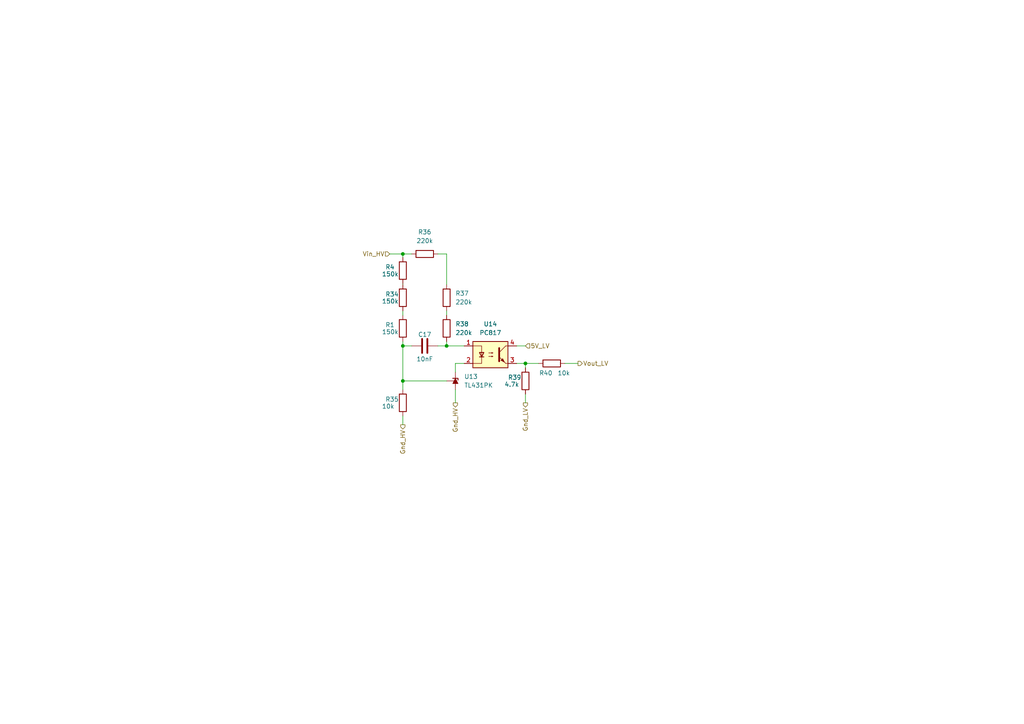
<source format=kicad_sch>
(kicad_sch
	(version 20250114)
	(generator "eeschema")
	(generator_version "9.0")
	(uuid "b872caaf-c7bd-4f46-ae73-4aede7a3767c")
	(paper "A4")
	(lib_symbols
		(symbol "Device:C"
			(pin_numbers
				(hide yes)
			)
			(pin_names
				(offset 0.254)
			)
			(exclude_from_sim no)
			(in_bom yes)
			(on_board yes)
			(property "Reference" "C"
				(at 0.635 2.54 0)
				(effects
					(font
						(size 1.27 1.27)
					)
					(justify left)
				)
			)
			(property "Value" "C"
				(at 0.635 -2.54 0)
				(effects
					(font
						(size 1.27 1.27)
					)
					(justify left)
				)
			)
			(property "Footprint" ""
				(at 0.9652 -3.81 0)
				(effects
					(font
						(size 1.27 1.27)
					)
					(hide yes)
				)
			)
			(property "Datasheet" "~"
				(at 0 0 0)
				(effects
					(font
						(size 1.27 1.27)
					)
					(hide yes)
				)
			)
			(property "Description" "Unpolarized capacitor"
				(at 0 0 0)
				(effects
					(font
						(size 1.27 1.27)
					)
					(hide yes)
				)
			)
			(property "ki_keywords" "cap capacitor"
				(at 0 0 0)
				(effects
					(font
						(size 1.27 1.27)
					)
					(hide yes)
				)
			)
			(property "ki_fp_filters" "C_*"
				(at 0 0 0)
				(effects
					(font
						(size 1.27 1.27)
					)
					(hide yes)
				)
			)
			(symbol "C_0_1"
				(polyline
					(pts
						(xy -2.032 0.762) (xy 2.032 0.762)
					)
					(stroke
						(width 0.508)
						(type default)
					)
					(fill
						(type none)
					)
				)
				(polyline
					(pts
						(xy -2.032 -0.762) (xy 2.032 -0.762)
					)
					(stroke
						(width 0.508)
						(type default)
					)
					(fill
						(type none)
					)
				)
			)
			(symbol "C_1_1"
				(pin passive line
					(at 0 3.81 270)
					(length 2.794)
					(name "~"
						(effects
							(font
								(size 1.27 1.27)
							)
						)
					)
					(number "1"
						(effects
							(font
								(size 1.27 1.27)
							)
						)
					)
				)
				(pin passive line
					(at 0 -3.81 90)
					(length 2.794)
					(name "~"
						(effects
							(font
								(size 1.27 1.27)
							)
						)
					)
					(number "2"
						(effects
							(font
								(size 1.27 1.27)
							)
						)
					)
				)
			)
			(embedded_fonts no)
		)
		(symbol "Device:R"
			(pin_numbers
				(hide yes)
			)
			(pin_names
				(offset 0)
			)
			(exclude_from_sim no)
			(in_bom yes)
			(on_board yes)
			(property "Reference" "R"
				(at 2.032 0 90)
				(effects
					(font
						(size 1.27 1.27)
					)
				)
			)
			(property "Value" "R"
				(at 0 0 90)
				(effects
					(font
						(size 1.27 1.27)
					)
				)
			)
			(property "Footprint" ""
				(at -1.778 0 90)
				(effects
					(font
						(size 1.27 1.27)
					)
					(hide yes)
				)
			)
			(property "Datasheet" "~"
				(at 0 0 0)
				(effects
					(font
						(size 1.27 1.27)
					)
					(hide yes)
				)
			)
			(property "Description" "Resistor"
				(at 0 0 0)
				(effects
					(font
						(size 1.27 1.27)
					)
					(hide yes)
				)
			)
			(property "ki_keywords" "R res resistor"
				(at 0 0 0)
				(effects
					(font
						(size 1.27 1.27)
					)
					(hide yes)
				)
			)
			(property "ki_fp_filters" "R_*"
				(at 0 0 0)
				(effects
					(font
						(size 1.27 1.27)
					)
					(hide yes)
				)
			)
			(symbol "R_0_1"
				(rectangle
					(start -1.016 -2.54)
					(end 1.016 2.54)
					(stroke
						(width 0.254)
						(type default)
					)
					(fill
						(type none)
					)
				)
			)
			(symbol "R_1_1"
				(pin passive line
					(at 0 3.81 270)
					(length 1.27)
					(name "~"
						(effects
							(font
								(size 1.27 1.27)
							)
						)
					)
					(number "1"
						(effects
							(font
								(size 1.27 1.27)
							)
						)
					)
				)
				(pin passive line
					(at 0 -3.81 90)
					(length 1.27)
					(name "~"
						(effects
							(font
								(size 1.27 1.27)
							)
						)
					)
					(number "2"
						(effects
							(font
								(size 1.27 1.27)
							)
						)
					)
				)
			)
			(embedded_fonts no)
		)
		(symbol "Isolator:PC817"
			(pin_names
				(offset 1.016)
			)
			(exclude_from_sim no)
			(in_bom yes)
			(on_board yes)
			(property "Reference" "U"
				(at -5.08 5.08 0)
				(effects
					(font
						(size 1.27 1.27)
					)
					(justify left)
				)
			)
			(property "Value" "PC817"
				(at 0 5.08 0)
				(effects
					(font
						(size 1.27 1.27)
					)
					(justify left)
				)
			)
			(property "Footprint" "Package_DIP:DIP-4_W7.62mm"
				(at -5.08 -5.08 0)
				(effects
					(font
						(size 1.27 1.27)
						(italic yes)
					)
					(justify left)
					(hide yes)
				)
			)
			(property "Datasheet" "http://www.soselectronic.cz/a_info/resource/d/pc817.pdf"
				(at 0 0 0)
				(effects
					(font
						(size 1.27 1.27)
					)
					(justify left)
					(hide yes)
				)
			)
			(property "Description" "DC Optocoupler, Vce 35V, CTR 50-300%, DIP-4"
				(at 0 0 0)
				(effects
					(font
						(size 1.27 1.27)
					)
					(hide yes)
				)
			)
			(property "ki_keywords" "NPN DC Optocoupler"
				(at 0 0 0)
				(effects
					(font
						(size 1.27 1.27)
					)
					(hide yes)
				)
			)
			(property "ki_fp_filters" "DIP*W7.62mm*"
				(at 0 0 0)
				(effects
					(font
						(size 1.27 1.27)
					)
					(hide yes)
				)
			)
			(symbol "PC817_0_1"
				(rectangle
					(start -5.08 3.81)
					(end 5.08 -3.81)
					(stroke
						(width 0.254)
						(type default)
					)
					(fill
						(type background)
					)
				)
				(polyline
					(pts
						(xy -5.08 2.54) (xy -2.54 2.54) (xy -2.54 -0.635)
					)
					(stroke
						(width 0)
						(type default)
					)
					(fill
						(type none)
					)
				)
				(polyline
					(pts
						(xy -3.175 -0.635) (xy -1.905 -0.635)
					)
					(stroke
						(width 0.254)
						(type default)
					)
					(fill
						(type none)
					)
				)
				(polyline
					(pts
						(xy -2.54 -0.635) (xy -2.54 -2.54) (xy -5.08 -2.54)
					)
					(stroke
						(width 0)
						(type default)
					)
					(fill
						(type none)
					)
				)
				(polyline
					(pts
						(xy -2.54 -0.635) (xy -3.175 0.635) (xy -1.905 0.635) (xy -2.54 -0.635)
					)
					(stroke
						(width 0.254)
						(type default)
					)
					(fill
						(type none)
					)
				)
				(polyline
					(pts
						(xy -0.508 0.508) (xy 0.762 0.508) (xy 0.381 0.381) (xy 0.381 0.635) (xy 0.762 0.508)
					)
					(stroke
						(width 0)
						(type default)
					)
					(fill
						(type none)
					)
				)
				(polyline
					(pts
						(xy -0.508 -0.508) (xy 0.762 -0.508) (xy 0.381 -0.635) (xy 0.381 -0.381) (xy 0.762 -0.508)
					)
					(stroke
						(width 0)
						(type default)
					)
					(fill
						(type none)
					)
				)
				(polyline
					(pts
						(xy 2.54 1.905) (xy 2.54 -1.905)
					)
					(stroke
						(width 0.508)
						(type default)
					)
					(fill
						(type none)
					)
				)
				(polyline
					(pts
						(xy 2.54 0.635) (xy 4.445 2.54)
					)
					(stroke
						(width 0)
						(type default)
					)
					(fill
						(type none)
					)
				)
				(polyline
					(pts
						(xy 3.048 -1.651) (xy 3.556 -1.143) (xy 4.064 -2.159) (xy 3.048 -1.651)
					)
					(stroke
						(width 0)
						(type default)
					)
					(fill
						(type outline)
					)
				)
				(polyline
					(pts
						(xy 4.445 2.54) (xy 5.08 2.54)
					)
					(stroke
						(width 0)
						(type default)
					)
					(fill
						(type none)
					)
				)
				(polyline
					(pts
						(xy 4.445 -2.54) (xy 2.54 -0.635)
					)
					(stroke
						(width 0)
						(type default)
					)
					(fill
						(type outline)
					)
				)
				(polyline
					(pts
						(xy 4.445 -2.54) (xy 5.08 -2.54)
					)
					(stroke
						(width 0)
						(type default)
					)
					(fill
						(type none)
					)
				)
			)
			(symbol "PC817_1_1"
				(pin passive line
					(at -7.62 2.54 0)
					(length 2.54)
					(name "~"
						(effects
							(font
								(size 1.27 1.27)
							)
						)
					)
					(number "1"
						(effects
							(font
								(size 1.27 1.27)
							)
						)
					)
				)
				(pin passive line
					(at -7.62 -2.54 0)
					(length 2.54)
					(name "~"
						(effects
							(font
								(size 1.27 1.27)
							)
						)
					)
					(number "2"
						(effects
							(font
								(size 1.27 1.27)
							)
						)
					)
				)
				(pin passive line
					(at 7.62 2.54 180)
					(length 2.54)
					(name "~"
						(effects
							(font
								(size 1.27 1.27)
							)
						)
					)
					(number "4"
						(effects
							(font
								(size 1.27 1.27)
							)
						)
					)
				)
				(pin passive line
					(at 7.62 -2.54 180)
					(length 2.54)
					(name "~"
						(effects
							(font
								(size 1.27 1.27)
							)
						)
					)
					(number "3"
						(effects
							(font
								(size 1.27 1.27)
							)
						)
					)
				)
			)
			(embedded_fonts no)
		)
		(symbol "Reference_Voltage:TL431PK"
			(pin_numbers
				(hide yes)
			)
			(pin_names
				(hide yes)
			)
			(exclude_from_sim no)
			(in_bom yes)
			(on_board yes)
			(property "Reference" "U"
				(at -2.54 2.54 0)
				(effects
					(font
						(size 1.27 1.27)
					)
				)
			)
			(property "Value" "TL431PK"
				(at 0 -2.54 0)
				(effects
					(font
						(size 1.27 1.27)
					)
				)
			)
			(property "Footprint" "Package_TO_SOT_SMD:SOT-89-3"
				(at 0 -4.318 0)
				(effects
					(font
						(size 1.27 1.27)
						(italic yes)
					)
					(hide yes)
				)
			)
			(property "Datasheet" "http://www.ti.com/lit/ds/symlink/tl431.pdf"
				(at 1.27 -7.874 0)
				(effects
					(font
						(size 1.27 1.27)
						(italic yes)
					)
					(hide yes)
				)
			)
			(property "Description" "Shunt Regulator, SOT-89"
				(at 0 -6.096 0)
				(effects
					(font
						(size 1.27 1.27)
					)
					(hide yes)
				)
			)
			(property "ki_keywords" "diode device shunt regulator"
				(at 0 0 0)
				(effects
					(font
						(size 1.27 1.27)
					)
					(hide yes)
				)
			)
			(property "ki_fp_filters" "SOT*89*"
				(at 0 0 0)
				(effects
					(font
						(size 1.27 1.27)
					)
					(hide yes)
				)
			)
			(symbol "TL431PK_0_1"
				(polyline
					(pts
						(xy -1.27 0) (xy 0 0) (xy 1.27 0)
					)
					(stroke
						(width 0)
						(type default)
					)
					(fill
						(type none)
					)
				)
				(polyline
					(pts
						(xy -0.762 -0.762) (xy -0.762 0.762) (xy 0.762 0) (xy -0.762 -0.762)
					)
					(stroke
						(width 0)
						(type default)
					)
					(fill
						(type outline)
					)
				)
				(polyline
					(pts
						(xy 0.254 -0.762) (xy 0.762 -0.762) (xy 0.762 0.762) (xy 0.762 0.762)
					)
					(stroke
						(width 0.254)
						(type default)
					)
					(fill
						(type none)
					)
				)
			)
			(symbol "TL431PK_1_1"
				(pin passive line
					(at -2.54 0 0)
					(length 1.27)
					(name "A"
						(effects
							(font
								(size 1.27 1.27)
							)
						)
					)
					(number "2"
						(effects
							(font
								(size 1.27 1.27)
							)
						)
					)
				)
				(pin passive line
					(at 0 2.54 270)
					(length 2.54)
					(name "REF"
						(effects
							(font
								(size 1.27 1.27)
							)
						)
					)
					(number "1"
						(effects
							(font
								(size 1.27 1.27)
							)
						)
					)
				)
				(pin passive line
					(at 2.54 0 180)
					(length 1.27)
					(name "K"
						(effects
							(font
								(size 1.27 1.27)
							)
						)
					)
					(number "3"
						(effects
							(font
								(size 1.27 1.27)
							)
						)
					)
				)
			)
			(embedded_fonts no)
		)
	)
	(junction
		(at 116.84 110.49)
		(diameter 0)
		(color 0 0 0 0)
		(uuid "3f28cd4c-0011-4b9b-a566-1c0c47c3ea1f")
	)
	(junction
		(at 116.84 73.66)
		(diameter 0)
		(color 0 0 0 0)
		(uuid "53f1ed9b-289f-4f54-8bea-47f959bbf4a6")
	)
	(junction
		(at 116.84 100.33)
		(diameter 0)
		(color 0 0 0 0)
		(uuid "6e052579-3b97-4b77-9f3f-dca0c382a6ad")
	)
	(junction
		(at 152.4 105.41)
		(diameter 0)
		(color 0 0 0 0)
		(uuid "7657fbd3-b52a-400e-8278-384a03306fe1")
	)
	(junction
		(at 129.54 100.33)
		(diameter 0)
		(color 0 0 0 0)
		(uuid "cf472d4c-0dba-4f5d-ad26-f3bef174066a")
	)
	(wire
		(pts
			(xy 116.84 120.65) (xy 116.84 123.19)
		)
		(stroke
			(width 0)
			(type default)
		)
		(uuid "075e33f7-de5e-44b2-a3aa-ae73d6f4205b")
	)
	(wire
		(pts
			(xy 132.08 113.03) (xy 132.08 116.84)
		)
		(stroke
			(width 0)
			(type default)
		)
		(uuid "234fd7c6-89eb-4a00-a356-f142bc796388")
	)
	(wire
		(pts
			(xy 149.86 105.41) (xy 152.4 105.41)
		)
		(stroke
			(width 0)
			(type default)
		)
		(uuid "273861bf-d6a2-4889-a7a4-cab612b0823c")
	)
	(wire
		(pts
			(xy 127 73.66) (xy 129.54 73.66)
		)
		(stroke
			(width 0)
			(type default)
		)
		(uuid "2d584a60-c68d-40ff-ac39-4429c5756f03")
	)
	(wire
		(pts
			(xy 116.84 100.33) (xy 119.38 100.33)
		)
		(stroke
			(width 0)
			(type default)
		)
		(uuid "330b15e3-97a9-4351-8207-433eb57b32d8")
	)
	(wire
		(pts
			(xy 116.84 73.66) (xy 119.38 73.66)
		)
		(stroke
			(width 0)
			(type default)
		)
		(uuid "3839ee7d-3b69-4e2d-a274-090a0b7e7401")
	)
	(wire
		(pts
			(xy 134.62 105.41) (xy 132.08 105.41)
		)
		(stroke
			(width 0)
			(type default)
		)
		(uuid "46aa721d-40b1-4e69-ba29-0bfd2a7e9d1e")
	)
	(wire
		(pts
			(xy 116.84 73.66) (xy 116.84 74.6625)
		)
		(stroke
			(width 0)
			(type default)
		)
		(uuid "46d5bd8a-b4af-4a76-8ea2-f20a461f5121")
	)
	(wire
		(pts
			(xy 129.54 90.17) (xy 129.54 91.44)
		)
		(stroke
			(width 0)
			(type default)
		)
		(uuid "484b1feb-63e9-4513-bd62-78c045797a37")
	)
	(wire
		(pts
			(xy 116.84 100.33) (xy 116.84 110.49)
		)
		(stroke
			(width 0)
			(type default)
		)
		(uuid "4ce9910b-7195-4521-b821-f60c47408863")
	)
	(wire
		(pts
			(xy 127 100.33) (xy 129.54 100.33)
		)
		(stroke
			(width 0)
			(type default)
		)
		(uuid "6716bfa0-700c-47e3-9a27-73d89fd20580")
	)
	(wire
		(pts
			(xy 116.84 110.49) (xy 116.84 113.03)
		)
		(stroke
			(width 0)
			(type default)
		)
		(uuid "6fa50a75-def0-4cfa-a020-6f64f06111a1")
	)
	(wire
		(pts
			(xy 116.84 110.49) (xy 129.54 110.49)
		)
		(stroke
			(width 0)
			(type default)
		)
		(uuid "992d29b3-a7c7-42b2-b25e-1418de765f2e")
	)
	(wire
		(pts
			(xy 129.54 73.66) (xy 129.54 82.55)
		)
		(stroke
			(width 0)
			(type default)
		)
		(uuid "9e3216fd-bdb5-401e-b89d-1f025270b654")
	)
	(wire
		(pts
			(xy 129.54 100.33) (xy 134.62 100.33)
		)
		(stroke
			(width 0)
			(type default)
		)
		(uuid "a19e08ca-ba1d-4866-b5fb-1931b1ebf246")
	)
	(wire
		(pts
			(xy 116.84 90.17) (xy 116.84 91.44)
		)
		(stroke
			(width 0)
			(type default)
		)
		(uuid "aa46fc54-3e18-42bb-8b1b-a120ce3612a0")
	)
	(wire
		(pts
			(xy 152.4 114.3) (xy 152.4 116.84)
		)
		(stroke
			(width 0)
			(type default)
		)
		(uuid "b2d00060-030c-4f92-822a-3be6420e226d")
	)
	(wire
		(pts
			(xy 113.03 73.66) (xy 116.84 73.66)
		)
		(stroke
			(width 0)
			(type default)
		)
		(uuid "b9de803d-f0dd-4e78-afc1-419052ce8bb3")
	)
	(wire
		(pts
			(xy 116.84 82.2825) (xy 116.84 82.55)
		)
		(stroke
			(width 0)
			(type default)
		)
		(uuid "c979d4ab-d7d3-4112-8d49-fef0b7f09cf9")
	)
	(wire
		(pts
			(xy 132.08 105.41) (xy 132.08 107.95)
		)
		(stroke
			(width 0)
			(type default)
		)
		(uuid "cd059564-8217-4c4a-8cd6-2ff6d73c0c05")
	)
	(wire
		(pts
			(xy 129.54 99.06) (xy 129.54 100.33)
		)
		(stroke
			(width 0)
			(type default)
		)
		(uuid "d7121a3e-6cff-4e3e-9dcc-442e29b44915")
	)
	(wire
		(pts
			(xy 149.86 100.33) (xy 152.4 100.33)
		)
		(stroke
			(width 0)
			(type default)
		)
		(uuid "e113450e-8d8c-4b02-81b8-4d7fd739f9f4")
	)
	(wire
		(pts
			(xy 152.4 105.41) (xy 156.21 105.41)
		)
		(stroke
			(width 0)
			(type default)
		)
		(uuid "e8a86c3c-5311-4188-b0d2-6c435dd59dfc")
	)
	(wire
		(pts
			(xy 116.84 99.06) (xy 116.84 100.33)
		)
		(stroke
			(width 0)
			(type default)
		)
		(uuid "ee2a9751-f6b0-4ce4-b9a1-b6b49432277a")
	)
	(wire
		(pts
			(xy 152.4 105.41) (xy 152.4 106.68)
		)
		(stroke
			(width 0)
			(type default)
		)
		(uuid "f4208dd6-37bf-4d39-ac07-fd3adba09f23")
	)
	(wire
		(pts
			(xy 163.83 105.41) (xy 167.64 105.41)
		)
		(stroke
			(width 0)
			(type default)
		)
		(uuid "fd9acebd-7b44-42ff-a7da-6eeaf199f657")
	)
	(hierarchical_label "Gnd_HV"
		(shape output)
		(at 116.84 123.19 270)
		(effects
			(font
				(size 1.27 1.27)
			)
			(justify right)
		)
		(uuid "592ead58-c492-4df1-ab3a-65c36151a261")
	)
	(hierarchical_label "Vin_HV"
		(shape input)
		(at 113.03 73.66 180)
		(effects
			(font
				(size 1.27 1.27)
			)
			(justify right)
		)
		(uuid "59b33ead-3ef4-4431-9725-d25ee4fd5476")
	)
	(hierarchical_label "5V_LV"
		(shape input)
		(at 152.4 100.33 0)
		(effects
			(font
				(size 1.27 1.27)
			)
			(justify left)
		)
		(uuid "8114a920-c424-406a-842e-202d339a867c")
	)
	(hierarchical_label "Gnd_LV"
		(shape output)
		(at 152.4 116.84 270)
		(effects
			(font
				(size 1.27 1.27)
			)
			(justify right)
		)
		(uuid "92790d58-31e8-4050-9476-16d975d769a2")
	)
	(hierarchical_label "Vout_LV"
		(shape output)
		(at 167.64 105.41 0)
		(effects
			(font
				(size 1.27 1.27)
			)
			(justify left)
		)
		(uuid "c664fe01-a278-4cc9-af06-f1e68ee5cb24")
	)
	(hierarchical_label "Gnd_HV"
		(shape output)
		(at 132.08 116.84 270)
		(effects
			(font
				(size 1.27 1.27)
			)
			(justify right)
		)
		(uuid "f213be8e-975c-4427-8dfe-cf21b23e6382")
	)
	(symbol
		(lib_id "Isolator:PC817")
		(at 142.24 102.87 0)
		(unit 1)
		(exclude_from_sim no)
		(in_bom yes)
		(on_board yes)
		(dnp no)
		(fields_autoplaced yes)
		(uuid "0ab363b0-0e98-4834-b571-cf60e3e30996")
		(property "Reference" "U14"
			(at 142.24 93.98 0)
			(effects
				(font
					(size 1.27 1.27)
				)
			)
		)
		(property "Value" "PC817"
			(at 142.24 96.52 0)
			(effects
				(font
					(size 1.27 1.27)
				)
			)
		)
		(property "Footprint" "Package_DIP:DIP-4_W7.62mm_SMDSocket_SmallPads"
			(at 137.16 107.95 0)
			(effects
				(font
					(size 1.27 1.27)
					(italic yes)
				)
				(justify left)
				(hide yes)
			)
		)
		(property "Datasheet" "http://www.soselectronic.cz/a_info/resource/d/pc817.pdf"
			(at 142.24 102.87 0)
			(effects
				(font
					(size 1.27 1.27)
				)
				(justify left)
				(hide yes)
			)
		)
		(property "Description" "DC Optocoupler, Vce 35V, CTR 50-300%, DIP-4"
			(at 142.24 102.87 0)
			(effects
				(font
					(size 1.27 1.27)
				)
				(hide yes)
			)
		)
		(pin "1"
			(uuid "612f3e7a-2792-422b-94b9-6ba56253bd90")
		)
		(pin "2"
			(uuid "7366a88d-0204-4d0a-b496-98ce038aab42")
		)
		(pin "4"
			(uuid "14cf6cdc-14c4-4686-84b7-642dbb9c188f")
		)
		(pin "3"
			(uuid "25cd7051-0873-4009-b882-31dd1f532353")
		)
		(instances
			(project ""
				(path "/e60c11d9-ab9e-4760-a4a7-008fcec65a72/c6551446-5e26-4d9a-a5bc-1c867d865e21/0a448165-ee74-4b91-8dde-4d35bebf2843"
					(reference "U14")
					(unit 1)
				)
				(path "/e60c11d9-ab9e-4760-a4a7-008fcec65a72/c6551446-5e26-4d9a-a5bc-1c867d865e21/6ade7ab7-6233-4c60-8ab6-50f492d9a784"
					(reference "U16")
					(unit 1)
				)
			)
		)
	)
	(symbol
		(lib_id "Device:C")
		(at 123.19 100.33 90)
		(unit 1)
		(exclude_from_sim no)
		(in_bom yes)
		(on_board yes)
		(dnp no)
		(uuid "0d19ad97-4e26-4d7a-9c92-ba4eee8b34af")
		(property "Reference" "C17"
			(at 123.19 97.028 90)
			(effects
				(font
					(size 1.27 1.27)
				)
			)
		)
		(property "Value" "10nF"
			(at 123.19 104.14 90)
			(effects
				(font
					(size 1.27 1.27)
				)
			)
		)
		(property "Footprint" "Capacitor_SMD:C_0603_1608Metric_Pad1.08x0.95mm_HandSolder"
			(at 127 99.3648 0)
			(effects
				(font
					(size 1.27 1.27)
				)
				(hide yes)
			)
		)
		(property "Datasheet" "~"
			(at 123.19 100.33 0)
			(effects
				(font
					(size 1.27 1.27)
				)
				(hide yes)
			)
		)
		(property "Description" "Unpolarized capacitor"
			(at 123.19 100.33 0)
			(effects
				(font
					(size 1.27 1.27)
				)
				(hide yes)
			)
		)
		(pin "1"
			(uuid "a11a37c1-fbf9-4853-a0d2-37c019f463be")
		)
		(pin "2"
			(uuid "8b9aa794-bfb0-4086-ac1a-86a13a79cfb2")
		)
		(instances
			(project "VFD_V1"
				(path "/e60c11d9-ab9e-4760-a4a7-008fcec65a72/c6551446-5e26-4d9a-a5bc-1c867d865e21/0a448165-ee74-4b91-8dde-4d35bebf2843"
					(reference "C17")
					(unit 1)
				)
				(path "/e60c11d9-ab9e-4760-a4a7-008fcec65a72/c6551446-5e26-4d9a-a5bc-1c867d865e21/6ade7ab7-6233-4c60-8ab6-50f492d9a784"
					(reference "C18")
					(unit 1)
				)
			)
		)
	)
	(symbol
		(lib_id "Device:R")
		(at 123.19 73.66 270)
		(unit 1)
		(exclude_from_sim no)
		(in_bom yes)
		(on_board yes)
		(dnp no)
		(fields_autoplaced yes)
		(uuid "13ee4c8a-6fd2-431d-a236-7442f6868874")
		(property "Reference" "R36"
			(at 123.19 67.31 90)
			(effects
				(font
					(size 1.27 1.27)
				)
			)
		)
		(property "Value" "220k"
			(at 123.19 69.85 90)
			(effects
				(font
					(size 1.27 1.27)
				)
			)
		)
		(property "Footprint" "Resistor_SMD:R_0603_1608Metric_Pad0.98x0.95mm_HandSolder"
			(at 123.19 71.882 90)
			(effects
				(font
					(size 1.27 1.27)
				)
				(hide yes)
			)
		)
		(property "Datasheet" "~"
			(at 123.19 73.66 0)
			(effects
				(font
					(size 1.27 1.27)
				)
				(hide yes)
			)
		)
		(property "Description" "Resistor"
			(at 123.19 73.66 0)
			(effects
				(font
					(size 1.27 1.27)
				)
				(hide yes)
			)
		)
		(pin "1"
			(uuid "70b5d725-642a-4b31-b9b4-c1e980f762fe")
		)
		(pin "2"
			(uuid "b19e9a6b-5745-44c1-9768-6686d002a0ba")
		)
		(instances
			(project "VFD_V1"
				(path "/e60c11d9-ab9e-4760-a4a7-008fcec65a72/c6551446-5e26-4d9a-a5bc-1c867d865e21/0a448165-ee74-4b91-8dde-4d35bebf2843"
					(reference "R36")
					(unit 1)
				)
				(path "/e60c11d9-ab9e-4760-a4a7-008fcec65a72/c6551446-5e26-4d9a-a5bc-1c867d865e21/6ade7ab7-6233-4c60-8ab6-50f492d9a784"
					(reference "R43")
					(unit 1)
				)
			)
		)
	)
	(symbol
		(lib_id "Device:R")
		(at 116.84 95.25 0)
		(unit 1)
		(exclude_from_sim no)
		(in_bom yes)
		(on_board yes)
		(dnp no)
		(uuid "4fa0f5bf-ac92-4ac9-82e4-10a48b0452e9")
		(property "Reference" "R1"
			(at 111.76 94.234 0)
			(effects
				(font
					(size 1.27 1.27)
				)
				(justify left)
			)
		)
		(property "Value" "150k"
			(at 110.744 96.266 0)
			(effects
				(font
					(size 1.27 1.27)
				)
				(justify left)
			)
		)
		(property "Footprint" "Resistor_SMD:R_0603_1608Metric_Pad0.98x0.95mm_HandSolder"
			(at 115.062 95.25 90)
			(effects
				(font
					(size 1.27 1.27)
				)
				(hide yes)
			)
		)
		(property "Datasheet" "~"
			(at 116.84 95.25 0)
			(effects
				(font
					(size 1.27 1.27)
				)
				(hide yes)
			)
		)
		(property "Description" "Resistor"
			(at 116.84 95.25 0)
			(effects
				(font
					(size 1.27 1.27)
				)
				(hide yes)
			)
		)
		(pin "1"
			(uuid "bcdc31de-8724-4a53-8b3a-f976bd6a1c85")
		)
		(pin "2"
			(uuid "2906ab0e-1fc8-4a3a-9dd2-96373d33e40b")
		)
		(instances
			(project "PCB_Conversor"
				(path "/e60c11d9-ab9e-4760-a4a7-008fcec65a72/c6551446-5e26-4d9a-a5bc-1c867d865e21/0a448165-ee74-4b91-8dde-4d35bebf2843"
					(reference "R1")
					(unit 1)
				)
				(path "/e60c11d9-ab9e-4760-a4a7-008fcec65a72/c6551446-5e26-4d9a-a5bc-1c867d865e21/6ade7ab7-6233-4c60-8ab6-50f492d9a784"
					(reference "R3")
					(unit 1)
				)
			)
		)
	)
	(symbol
		(lib_id "Device:R")
		(at 129.54 95.25 180)
		(unit 1)
		(exclude_from_sim no)
		(in_bom yes)
		(on_board yes)
		(dnp no)
		(fields_autoplaced yes)
		(uuid "51e494f2-da7e-4962-b549-142617a6142f")
		(property "Reference" "R38"
			(at 132.08 93.9799 0)
			(effects
				(font
					(size 1.27 1.27)
				)
				(justify right)
			)
		)
		(property "Value" "220k"
			(at 132.08 96.5199 0)
			(effects
				(font
					(size 1.27 1.27)
				)
				(justify right)
			)
		)
		(property "Footprint" "Resistor_SMD:R_0603_1608Metric_Pad0.98x0.95mm_HandSolder"
			(at 131.318 95.25 90)
			(effects
				(font
					(size 1.27 1.27)
				)
				(hide yes)
			)
		)
		(property "Datasheet" "~"
			(at 129.54 95.25 0)
			(effects
				(font
					(size 1.27 1.27)
				)
				(hide yes)
			)
		)
		(property "Description" "Resistor"
			(at 129.54 95.25 0)
			(effects
				(font
					(size 1.27 1.27)
				)
				(hide yes)
			)
		)
		(pin "1"
			(uuid "0d90c1a8-0083-48ac-b7dc-fe5be1d0ffc1")
		)
		(pin "2"
			(uuid "bdb87e37-8cd6-48bb-b6de-97da736deccf")
		)
		(instances
			(project "VFD_V1"
				(path "/e60c11d9-ab9e-4760-a4a7-008fcec65a72/c6551446-5e26-4d9a-a5bc-1c867d865e21/0a448165-ee74-4b91-8dde-4d35bebf2843"
					(reference "R38")
					(unit 1)
				)
				(path "/e60c11d9-ab9e-4760-a4a7-008fcec65a72/c6551446-5e26-4d9a-a5bc-1c867d865e21/6ade7ab7-6233-4c60-8ab6-50f492d9a784"
					(reference "R45")
					(unit 1)
				)
			)
		)
	)
	(symbol
		(lib_id "Device:R")
		(at 160.02 105.41 90)
		(unit 1)
		(exclude_from_sim no)
		(in_bom yes)
		(on_board yes)
		(dnp no)
		(uuid "731cf044-ec20-4ddb-81e4-fc3169959e4c")
		(property "Reference" "R40"
			(at 160.274 108.204 90)
			(effects
				(font
					(size 1.27 1.27)
				)
				(justify left)
			)
		)
		(property "Value" "10k"
			(at 165.354 108.204 90)
			(effects
				(font
					(size 1.27 1.27)
				)
				(justify left)
			)
		)
		(property "Footprint" "Resistor_SMD:R_0603_1608Metric_Pad0.98x0.95mm_HandSolder"
			(at 160.02 107.188 90)
			(effects
				(font
					(size 1.27 1.27)
				)
				(hide yes)
			)
		)
		(property "Datasheet" "~"
			(at 160.02 105.41 0)
			(effects
				(font
					(size 1.27 1.27)
				)
				(hide yes)
			)
		)
		(property "Description" "Resistor"
			(at 160.02 105.41 0)
			(effects
				(font
					(size 1.27 1.27)
				)
				(hide yes)
			)
		)
		(pin "1"
			(uuid "25a6bc2d-da60-4032-a167-9d2fc17fd820")
		)
		(pin "2"
			(uuid "e934aca3-32aa-43d0-b441-7f16e2778406")
		)
		(instances
			(project "VFD_V1"
				(path "/e60c11d9-ab9e-4760-a4a7-008fcec65a72/c6551446-5e26-4d9a-a5bc-1c867d865e21/0a448165-ee74-4b91-8dde-4d35bebf2843"
					(reference "R40")
					(unit 1)
				)
				(path "/e60c11d9-ab9e-4760-a4a7-008fcec65a72/c6551446-5e26-4d9a-a5bc-1c867d865e21/6ade7ab7-6233-4c60-8ab6-50f492d9a784"
					(reference "R47")
					(unit 1)
				)
			)
		)
	)
	(symbol
		(lib_id "Device:R")
		(at 116.84 86.36 0)
		(unit 1)
		(exclude_from_sim no)
		(in_bom yes)
		(on_board yes)
		(dnp no)
		(uuid "979fcbea-3d21-4490-9c2d-57ae64ff4dce")
		(property "Reference" "R34"
			(at 111.76 85.344 0)
			(effects
				(font
					(size 1.27 1.27)
				)
				(justify left)
			)
		)
		(property "Value" "150k"
			(at 110.744 87.376 0)
			(effects
				(font
					(size 1.27 1.27)
				)
				(justify left)
			)
		)
		(property "Footprint" "Resistor_SMD:R_0603_1608Metric_Pad0.98x0.95mm_HandSolder"
			(at 115.062 86.36 90)
			(effects
				(font
					(size 1.27 1.27)
				)
				(hide yes)
			)
		)
		(property "Datasheet" "~"
			(at 116.84 86.36 0)
			(effects
				(font
					(size 1.27 1.27)
				)
				(hide yes)
			)
		)
		(property "Description" "Resistor"
			(at 116.84 86.36 0)
			(effects
				(font
					(size 1.27 1.27)
				)
				(hide yes)
			)
		)
		(pin "1"
			(uuid "d3024ecb-4400-4864-9352-52ad67cdf7cb")
		)
		(pin "2"
			(uuid "de9b2bc1-c046-4c41-b122-d17eacb52b92")
		)
		(instances
			(project "VFD_V1"
				(path "/e60c11d9-ab9e-4760-a4a7-008fcec65a72/c6551446-5e26-4d9a-a5bc-1c867d865e21/0a448165-ee74-4b91-8dde-4d35bebf2843"
					(reference "R34")
					(unit 1)
				)
				(path "/e60c11d9-ab9e-4760-a4a7-008fcec65a72/c6551446-5e26-4d9a-a5bc-1c867d865e21/6ade7ab7-6233-4c60-8ab6-50f492d9a784"
					(reference "R41")
					(unit 1)
				)
			)
		)
	)
	(symbol
		(lib_id "Device:R")
		(at 152.4 110.49 0)
		(unit 1)
		(exclude_from_sim no)
		(in_bom yes)
		(on_board yes)
		(dnp no)
		(uuid "f4988562-471d-41ed-be78-44ea5c08ea78")
		(property "Reference" "R39"
			(at 147.32 109.474 0)
			(effects
				(font
					(size 1.27 1.27)
				)
				(justify left)
			)
		)
		(property "Value" "4.7k"
			(at 146.304 111.506 0)
			(effects
				(font
					(size 1.27 1.27)
				)
				(justify left)
			)
		)
		(property "Footprint" "Resistor_SMD:R_0603_1608Metric_Pad0.98x0.95mm_HandSolder"
			(at 150.622 110.49 90)
			(effects
				(font
					(size 1.27 1.27)
				)
				(hide yes)
			)
		)
		(property "Datasheet" "~"
			(at 152.4 110.49 0)
			(effects
				(font
					(size 1.27 1.27)
				)
				(hide yes)
			)
		)
		(property "Description" "Resistor"
			(at 152.4 110.49 0)
			(effects
				(font
					(size 1.27 1.27)
				)
				(hide yes)
			)
		)
		(pin "1"
			(uuid "d2eb7a31-d994-47e6-a538-c05c932a0903")
		)
		(pin "2"
			(uuid "8a24c39d-1bbb-4b7d-9ac9-3f777f9f501b")
		)
		(instances
			(project "VFD_V1"
				(path "/e60c11d9-ab9e-4760-a4a7-008fcec65a72/c6551446-5e26-4d9a-a5bc-1c867d865e21/0a448165-ee74-4b91-8dde-4d35bebf2843"
					(reference "R39")
					(unit 1)
				)
				(path "/e60c11d9-ab9e-4760-a4a7-008fcec65a72/c6551446-5e26-4d9a-a5bc-1c867d865e21/6ade7ab7-6233-4c60-8ab6-50f492d9a784"
					(reference "R46")
					(unit 1)
				)
			)
		)
	)
	(symbol
		(lib_id "Device:R")
		(at 116.84 116.84 0)
		(unit 1)
		(exclude_from_sim no)
		(in_bom yes)
		(on_board yes)
		(dnp no)
		(uuid "f6132bba-29dd-413b-bd39-4a15bb15f14a")
		(property "Reference" "R35"
			(at 111.76 115.824 0)
			(effects
				(font
					(size 1.27 1.27)
				)
				(justify left)
			)
		)
		(property "Value" "10k"
			(at 110.744 117.856 0)
			(effects
				(font
					(size 1.27 1.27)
				)
				(justify left)
			)
		)
		(property "Footprint" "Resistor_SMD:R_0603_1608Metric_Pad0.98x0.95mm_HandSolder"
			(at 115.062 116.84 90)
			(effects
				(font
					(size 1.27 1.27)
				)
				(hide yes)
			)
		)
		(property "Datasheet" "~"
			(at 116.84 116.84 0)
			(effects
				(font
					(size 1.27 1.27)
				)
				(hide yes)
			)
		)
		(property "Description" "Resistor"
			(at 116.84 116.84 0)
			(effects
				(font
					(size 1.27 1.27)
				)
				(hide yes)
			)
		)
		(pin "1"
			(uuid "3318c4d1-49ca-4488-af49-5d76c2cfa526")
		)
		(pin "2"
			(uuid "e60b94b1-04cc-4e9a-904c-e0d585cb316e")
		)
		(instances
			(project "VFD_V1"
				(path "/e60c11d9-ab9e-4760-a4a7-008fcec65a72/c6551446-5e26-4d9a-a5bc-1c867d865e21/0a448165-ee74-4b91-8dde-4d35bebf2843"
					(reference "R35")
					(unit 1)
				)
				(path "/e60c11d9-ab9e-4760-a4a7-008fcec65a72/c6551446-5e26-4d9a-a5bc-1c867d865e21/6ade7ab7-6233-4c60-8ab6-50f492d9a784"
					(reference "R42")
					(unit 1)
				)
			)
		)
	)
	(symbol
		(lib_id "Reference_Voltage:TL431PK")
		(at 132.08 110.49 90)
		(unit 1)
		(exclude_from_sim no)
		(in_bom yes)
		(on_board yes)
		(dnp no)
		(fields_autoplaced yes)
		(uuid "fa59218d-6cdb-440f-8b51-cbc834172309")
		(property "Reference" "U13"
			(at 134.62 109.2199 90)
			(effects
				(font
					(size 1.27 1.27)
				)
				(justify right)
			)
		)
		(property "Value" "TL431PK"
			(at 134.62 111.7599 90)
			(effects
				(font
					(size 1.27 1.27)
				)
				(justify right)
			)
		)
		(property "Footprint" "Package_TO_SOT_SMD:SOT-89-3_Handsoldering"
			(at 136.398 110.49 0)
			(effects
				(font
					(size 1.27 1.27)
					(italic yes)
				)
				(hide yes)
			)
		)
		(property "Datasheet" "http://www.ti.com/lit/ds/symlink/tl431.pdf"
			(at 139.954 109.22 0)
			(effects
				(font
					(size 1.27 1.27)
					(italic yes)
				)
				(hide yes)
			)
		)
		(property "Description" "Shunt Regulator, SOT-89"
			(at 138.176 110.49 0)
			(effects
				(font
					(size 1.27 1.27)
				)
				(hide yes)
			)
		)
		(pin "3"
			(uuid "c0374881-404a-4363-b0b4-f070477846e9")
		)
		(pin "2"
			(uuid "0ae83b0a-dfce-4a18-a194-37dc6131ef23")
		)
		(pin "1"
			(uuid "07b0789b-5ab7-49e8-9e8e-adbd662e59ca")
		)
		(instances
			(project ""
				(path "/e60c11d9-ab9e-4760-a4a7-008fcec65a72/c6551446-5e26-4d9a-a5bc-1c867d865e21/0a448165-ee74-4b91-8dde-4d35bebf2843"
					(reference "U13")
					(unit 1)
				)
				(path "/e60c11d9-ab9e-4760-a4a7-008fcec65a72/c6551446-5e26-4d9a-a5bc-1c867d865e21/6ade7ab7-6233-4c60-8ab6-50f492d9a784"
					(reference "U15")
					(unit 1)
				)
			)
		)
	)
	(symbol
		(lib_id "Device:R")
		(at 116.84 78.4725 0)
		(unit 1)
		(exclude_from_sim no)
		(in_bom yes)
		(on_board yes)
		(dnp no)
		(uuid "ff1d8e44-2e2a-4cbb-b584-8f8821f67667")
		(property "Reference" "R4"
			(at 111.76 77.4565 0)
			(effects
				(font
					(size 1.27 1.27)
				)
				(justify left)
			)
		)
		(property "Value" "150k"
			(at 110.744 79.4885 0)
			(effects
				(font
					(size 1.27 1.27)
				)
				(justify left)
			)
		)
		(property "Footprint" "Resistor_SMD:R_0603_1608Metric_Pad0.98x0.95mm_HandSolder"
			(at 115.062 78.4725 90)
			(effects
				(font
					(size 1.27 1.27)
				)
				(hide yes)
			)
		)
		(property "Datasheet" "~"
			(at 116.84 78.4725 0)
			(effects
				(font
					(size 1.27 1.27)
				)
				(hide yes)
			)
		)
		(property "Description" "Resistor"
			(at 116.84 78.4725 0)
			(effects
				(font
					(size 1.27 1.27)
				)
				(hide yes)
			)
		)
		(pin "1"
			(uuid "b6a2b834-2a20-4bab-a361-848dee075508")
		)
		(pin "2"
			(uuid "7e2eaaaa-e1d0-4397-a6cb-b3cebda651f1")
		)
		(instances
			(project "PCB_Conversor"
				(path "/e60c11d9-ab9e-4760-a4a7-008fcec65a72/c6551446-5e26-4d9a-a5bc-1c867d865e21/0a448165-ee74-4b91-8dde-4d35bebf2843"
					(reference "R4")
					(unit 1)
				)
				(path "/e60c11d9-ab9e-4760-a4a7-008fcec65a72/c6551446-5e26-4d9a-a5bc-1c867d865e21/6ade7ab7-6233-4c60-8ab6-50f492d9a784"
					(reference "R5")
					(unit 1)
				)
			)
		)
	)
	(symbol
		(lib_id "Device:R")
		(at 129.54 86.36 180)
		(unit 1)
		(exclude_from_sim no)
		(in_bom yes)
		(on_board yes)
		(dnp no)
		(fields_autoplaced yes)
		(uuid "ff715b1b-6e2f-4932-80ef-70b0b0b8ef64")
		(property "Reference" "R37"
			(at 132.08 85.0899 0)
			(effects
				(font
					(size 1.27 1.27)
				)
				(justify right)
			)
		)
		(property "Value" "220k"
			(at 132.08 87.6299 0)
			(effects
				(font
					(size 1.27 1.27)
				)
				(justify right)
			)
		)
		(property "Footprint" "Resistor_SMD:R_0603_1608Metric_Pad0.98x0.95mm_HandSolder"
			(at 131.318 86.36 90)
			(effects
				(font
					(size 1.27 1.27)
				)
				(hide yes)
			)
		)
		(property "Datasheet" "~"
			(at 129.54 86.36 0)
			(effects
				(font
					(size 1.27 1.27)
				)
				(hide yes)
			)
		)
		(property "Description" "Resistor"
			(at 129.54 86.36 0)
			(effects
				(font
					(size 1.27 1.27)
				)
				(hide yes)
			)
		)
		(pin "1"
			(uuid "cf4bab34-b7f2-4d0c-91a6-d5403d6a64e5")
		)
		(pin "2"
			(uuid "d4cc6f4f-3b37-446b-8999-87477619d785")
		)
		(instances
			(project "VFD_V1"
				(path "/e60c11d9-ab9e-4760-a4a7-008fcec65a72/c6551446-5e26-4d9a-a5bc-1c867d865e21/0a448165-ee74-4b91-8dde-4d35bebf2843"
					(reference "R37")
					(unit 1)
				)
				(path "/e60c11d9-ab9e-4760-a4a7-008fcec65a72/c6551446-5e26-4d9a-a5bc-1c867d865e21/6ade7ab7-6233-4c60-8ab6-50f492d9a784"
					(reference "R44")
					(unit 1)
				)
			)
		)
	)
)

</source>
